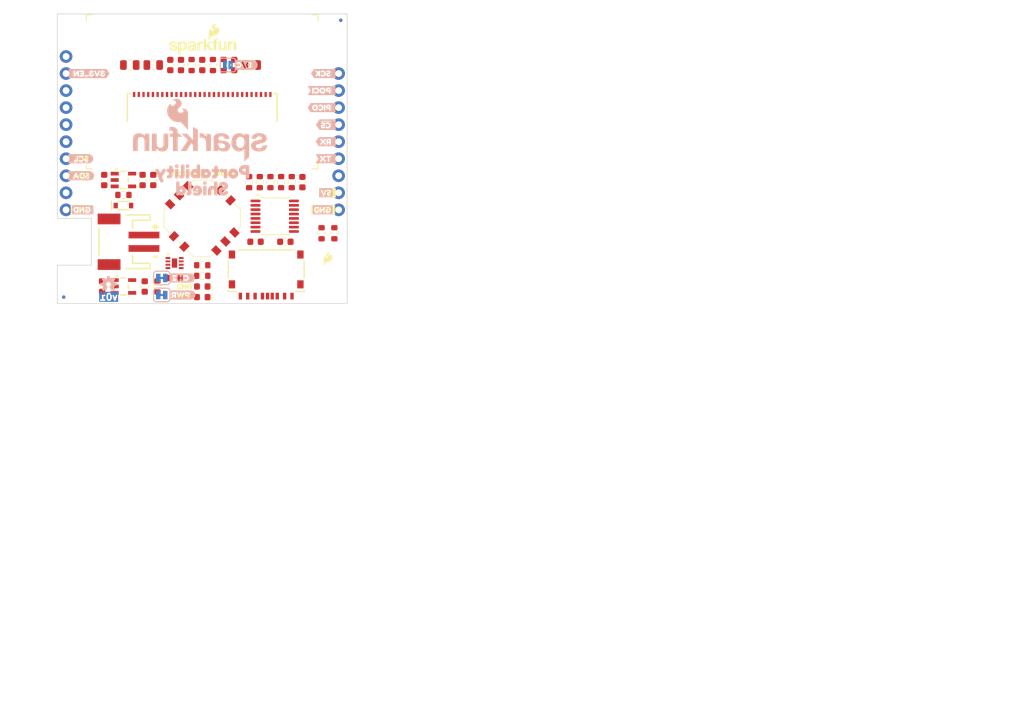
<source format=kicad_pcb>
(kicad_pcb (version 20240108) (generator "pcbnew") (generator_version "8.0")
  (title_block (comment 1 "Designed by: N. Seidle"))
  (layers (0 "F.Cu" signal) (31 "B.Cu" jumper) (34 "B.Paste" user) (35 "F.Paste" user) (36 "B.SilkS" user "B.Silkscreen") (37 "F.SilkS" user "F.Silkscreen") (38 "B.Mask" user) (39 "F.Mask" user) (44 "Edge.Cuts" user))
  (net 0 "")
  (net 1 "GND")
  (net 2 "VBATT")
  (net 3 "3.3V_P")
  (net 4 "SD_CD")
  (net 5 "5V")
  (net 7 "Net-(U5-~{RESET})")
  (net 8 "Net-(D1-A)")
  (net 9 "Net-(U5-C1P)")
  (net 10 "Net-(U5-C1N)")
  (net 13 "Net-(U5-VCOMH)")
  (net 14 "SCL")
  (net 15 "SDA")
  (net 16 "3V3_EN")
  (net 17 "Net-(U5-C2N)")
  (net 18 "Net-(D1-K)")
  (net 23 "Net-(JP1-A)")
  (net 24 "Net-(U5-C2P)")
  (net 25 "Net-(U3-PROG)")
  (net 26 "Net-(U5-VCC)")
  (net 28 "Net-(JP2-B)")
  (net 29 "Net-(U5-IREF)")
  (net 36 "SHLD_~{CS}")
  (net 37 "SHLD_SCK")
  (net 38 "SHLD_POCI")
  (net 40 "SHLD_PICO")
  (net 41 "Main-TX")
  (net 42 "SW_Down")
  (net 43 "SW_Up")
  (net 44 "SW_Right")
  (net 45 "SW_Left")
  (net 46 "SW_Center")
  (net 49 "Main-RX")
  (net 53 "Net-(D3-A)")
  (net 54 "Net-(JP3-A)")
  (footprint "kibuzzard-66F083B5" (layer "F.Cu") (at 154.129893 116.499038)
    (property "Reference" "kibuzzard-66F083B5" (hide yes))
    (property "Value" "G***" (hide yes))
  )
  (footprint "kibuzzard-66F080CC" (layer "F.Cu") (at 175.514 100.965)
    (property "Reference" "kibuzzard-66F080CC" (hide yes))
    (property "Value" "G***" (hide yes))
  )
  (footprint "SparkFun-Aesthetic:Fiducial_0.5mm_Mask1mm" (layer "F.Cu") (at 136.2075 116.5225 90)
    (property "Reference" "FID3")
    (property "Value" "Fiducial_0.5mm")
    (pad "" smd circle (at 0 0 90) (size 0.5 0.5) (layers "F.Cu" "F.Mask") (clearance 0.25))
  )
  (footprint "SparkFun-Resistor:R_0603_1608Metric" (layer "F.Cu") (at 156.845 111.76 180)
    (property "Reference" "R3")
    (property "Value" "2.0k")
    (pad "1" smd roundrect (at -0.825 0 180) (size 0.8 0.95) (layers "F.Cu" "F.Paste" "F.Mask") (net 25 "Net-(U3-PROG)"))
    (pad "2" smd roundrect (at 0.825 0 180) (size 0.8 0.95) (layers "F.Cu" "F.Paste" "F.Mask") (net 1 "GND"))
  )
  (footprint "SparkFun-Capacitor:C_0603_1608Metric" (layer "F.Cu") (at 141.9225 114.935 90)
    (property "Reference" "C5")
    (property "Value" "4.7uF")
    (pad "1" smd roundrect (at -0.775 0 90) (size 0.9 0.95) (layers "F.Cu" "F.Paste" "F.Mask") (net 5 "5V"))
    (pad "2" smd roundrect (at 0.775 0 90) (size 0.9 0.95) (layers "F.Cu" "F.Paste" "F.Mask") (net 1 "GND"))
  )
  (footprint "SparkFun-Resistor:R_0603_1608Metric" (layer "F.Cu") (at 165.4175 99.3775 90)
    (property "Reference" "R8")
    (property "Value" "10k")
    (pad "1" smd roundrect (at -0.825 0 90) (size 0.8 0.95) (layers "F.Cu" "F.Paste" "F.Mask") (net 42 "SW_Down"))
    (pad "2" smd roundrect (at 0.825 0 90) (size 0.8 0.95) (layers "F.Cu" "F.Paste" "F.Mask") (net 3 "3.3V_P"))
  )
  (footprint "SparkFun-Connector:microSD_Friction_Fit_Common" (layer "F.Cu") (at 166.37 112.395)
    (property "Reference" "J1")
    (property "Value" "microSD_Friction")
    (pad "1" smd rect (at 3.85 3.975 180) (size 0.5 1) (layers "F.Cu" "F.Paste" "F.Mask"))
    (pad "2" smd rect (at 2.75 3.975 180) (size 0.5 1) (layers "F.Cu" "F.Paste" "F.Mask") (net 36 "SHLD_~{CS}"))
    (pad "3" smd rect (at 1.65 3.975 180) (size 0.5 1) (layers "F.Cu" "F.Paste" "F.Mask") (net 40 "SHLD_PICO"))
    (pad "4" smd rect (at 0.9 3.975 180) (size 0.5 1) (layers "F.Cu" "F.Paste" "F.Mask") (net 3 "3.3V_P"))
    (pad "5" smd rect (at -0.55 3.975 180) (size 0.5 1) (layers "F.Cu" "F.Paste" "F.Mask") (net 37 "SHLD_SCK"))
    (pad "6" smd rect (at -1.65 3.975 180) (size 0.5 1) (layers "F.Cu" "F.Paste" "F.Mask") (net 1 "GND"))
    (pad "7" smd rect (at -2.75 3.975 180) (size 0.5 1) (layers "F.Cu" "F.Paste" "F.Mask") (net 38 "SHLD_POCI"))
    (pad "8" smd rect (at -3.85 3.975 180) (size 0.5 1) (layers "F.Cu" "F.Paste" "F.Mask"))
    (pad "9" smd rect (at 0.2 3.975 180) (size 0.5 1) (layers "F.Cu" "F.Paste" "F.Mask") (net 4 "SD_CD"))
    (pad "10" smd rect (at -5.1 -2.225 180) (size 0.95 1.2) (layers "F.Cu" "F.Paste" "F.Mask") (net 1 "GND"))
    (pad "10" smd rect (at -5.1 2.225 180) (size 0.95 1.2) (layers "F.Cu" "F.Paste" "F.Mask") (net 1 "GND"))
    (pad "10" smd rect (at 5.1 -2.225 180) (size 0.95 1.2) (layers "F.Cu" "F.Paste" "F.Mask") (net 1 "GND"))
    (pad "10" smd rect (at 5.1 2.225 180) (size 0.95 1.2) (layers "F.Cu" "F.Paste" "F.Mask") (net 1 "GND"))
  )
  (footprint "SparkFun-Hardware:Standoff" (layer "F.Cu") (at 175.895 76.835 90)
    (property "Reference" "ST2")
    (property "Value" "Standoff")
    (pad "" np_thru_hole circle (at 0 0 90) (size 3.1 3.1) (drill 3.1) (layers "F&B.Cu" "*.Mask"))
  )
  (footprint "SparkFun-LED:LED_0603_1608Metric_Red" (layer "F.Cu") (at 156.845 116.5225 180)
    (property "Reference" "D3")
    (property "Value" "Red")
    (pad "1" smd roundrect (at -0.7875 0 180) (size 0.875 0.95) (layers "F.Cu" "F.Paste" "F.Mask") (net 1 "GND"))
    (pad "2" smd roundrect (at 0.7875 0 180) (size 0.875 0.95) (layers "F.Cu" "F.Paste" "F.Mask") (net 53 "Net-(D3-A)"))
  )
  (footprint "SparkFun-Connector:JST_SMD_2.0mm-2" (layer "F.Cu") (at 144.4625 108.2675 90)
    (property "Reference" "J3")
    (property "Value" "JST_2mm_LiPo")
    (pad "1" smd rect (at -1 3.7 90) (size 1 4.6) (layers "F.Cu" "F.Paste" "F.Mask") (net 1 "GND"))
    (pad "2" smd rect (at 1 3.7 90) (size 1 4.6) (layers "F.Cu" "F.Paste" "F.Mask") (net 2 "VBATT"))
    (pad "NC1" smd rect (at -3.4 -1.5 180) (size 3.4 1.6) (layers "F.Cu" "F.Paste" "F.Mask"))
    (pad "NC2" smd rect (at 3.4 -1.5 180) (size 3.4 1.6) (layers "F.Cu" "F.Paste" "F.Mask"))
  )
  (footprint "SparkFun-Capacitor:C_0805_2012Metric" (layer "F.Cu") (at 164.1475 81.915)
    (property "Reference" "C15")
    (property "Value" "2.2uF")
    (pad "1" smd roundrect (at -0.95 0) (size 1 1.45) (layers "F.Cu" "F.Paste" "F.Mask") (net 26 "Net-(U5-VCC)"))
    (pad "2" smd roundrect (at 0.95 0) (size 1 1.45) (layers "F.Cu" "F.Paste" "F.Mask") (net 1 "GND"))
  )
  (footprint "SparkFun-Resistor:R_0603_1608Metric" (layer "F.Cu") (at 174.625 106.9975 -90)
    (property "Reference" "R5")
    (property "Value" "10k")
    (pad "1" smd roundrect (at -0.825 0 270) (size 0.8 0.95) (layers "F.Cu" "F.Paste" "F.Mask") (net 3 "3.3V_P"))
    (pad "2" smd roundrect (at 0.825 0 270) (size 0.8 0.95) (layers "F.Cu" "F.Paste" "F.Mask") (net 36 "SHLD_~{CS}"))
  )
  (footprint "kibuzzard-66F0833D" (layer "F.Cu") (at 149.86 110.49)
    (property "Reference" "kibuzzard-66F0833D" (hide yes))
    (property "Value" "G***" (hide yes))
  )
  (footprint "kibuzzard-66F080F8" (layer "F.Cu") (at 138.83672 98.425)
    (property "Reference" "kibuzzard-66F080F8" (hide yes))
    (property "Value" "G***" (hide yes))
  )
  (footprint "SparkFun-Resistor:R_0603_1608Metric" (layer "F.Cu") (at 158.4325 81.915 -90)
    (property "Reference" "R2")
    (property "Value" "10k")
    (pad "1" smd roundrect (at -0.825 0 270) (size 0.8 0.95) (layers "F.Cu" "F.Paste" "F.Mask") (net 3 "3.3V_P"))
    (pad "2" smd roundrect (at 0.825 0 270) (size 0.8 0.95) (layers "F.Cu" "F.Paste" "F.Mask") (net 28 "Net-(JP2-B)"))
  )
  (footprint "kibuzzard-66F080D6" (layer "F.Cu") (at 174.879 103.505)
    (property "Reference" "kibuzzard-66F080D6" (hide yes))
    (property "Value" "G***" (hide yes))
  )
  (footprint "kibuzzard-66F080E9" (layer "F.Cu") (at 138.70972 95.885)
    (property "Reference" "kibuzzard-66F080E9" (hide yes))
    (property "Value" "G***" (hide yes))
  )
  (footprint "SparkFun-LED:LED_0603_1608Metric_Yellow" (layer "F.Cu") (at 156.845 114.935 180)
    (property "Reference" "D1")
    (property "Value" "Yellow")
    (pad "1" smd roundrect (at -0.7875 0 180) (size 0.875 0.95) (layers "F.Cu" "F.Paste" "F.Mask") (net 18 "Net-(D1-K)"))
    (pad "2" smd roundrect (at 0.7875 0 180) (size 0.875 0.95) (layers "F.Cu" "F.Paste" "F.Mask") (net 8 "Net-(D1-A)"))
  )
  (footprint "SparkFun-Resistor:R_0603_1608Metric" (layer "F.Cu") (at 150.1775 114.935 90)
    (property "Reference" "R4")
    (property "Value" "1k")
    (pad "1" smd roundrect (at -0.825 0 90) (size 0.8 0.95) (layers "F.Cu" "F.Paste" "F.Mask") (net 8 "Net-(D1-A)"))
    (pad "2" smd roundrect (at 0.825 0 90) (size 0.8 0.95) (layers "F.Cu" "F.Paste" "F.Mask") (net 23 "Net-(JP1-A)"))
  )
  (footprint "SparkFun-Semiconductor-Standard:TSSOP-16_4.4x5mm_P0.65mm" (layer "F.Cu") (at 167.64 104.4575)
    (property "Reference" "U4")
    (property "Value" "PCA9557PW")
    (pad "1" smd roundrect (at -2.8625 -2.275) (size 1.475 0.4) (layers "F.Cu" "F.Paste" "F.Mask") (net 14 "SCL"))
    (pad "2" smd roundrect (at -2.8625 -1.625) (size 1.475 0.4) (layers "F.Cu" "F.Paste" "F.Mask") (net 15 "SDA"))
    (pad "3" smd roundrect (at -2.8625 -0.975) (size 1.475 0.4) (layers "F.Cu" "F.Paste" "F.Mask") (net 1 "GND"))
    (pad "4" smd roundrect (at -2.8625 -0.325) (size 1.475 0.4) (layers "F.Cu" "F.Paste" "F.Mask") (net 1 "GND"))
    (pad "5" smd roundrect (at -2.8625 0.325) (size 1.475 0.4) (layers "F.Cu" "F.Paste" "F.Mask") (net 1 "GND"))
    (pad "6" smd roundrect (at -2.8625 0.975) (size 1.475 0.4) (layers "F.Cu" "F.Paste" "F.Mask") (net 43 "SW_Up"))
    (pad "7" smd roundrect (at -2.8625 1.625) (size 1.475 0.4) (layers "F.Cu" "F.Paste" "F.Mask") (net 42 "SW_Down"))
    (pad "8" smd roundrect (at -2.8625 2.275) (size 1.475 0.4) (layers "F.Cu" "F.Paste" "F.Mask") (net 1 "GND"))
    (pad "9" smd roundrect (at 2.8625 2.275) (size 1.475 0.4) (layers "F.Cu" "F.Paste" "F.Mask") (net 44 "SW_Right"))
    (pad "10" smd roundrect (at 2.8625 1.625) (size 1.475 0.4) (layers "F.Cu" "F.Paste" "F.Mask") (net 45 "SW_Left"))
    (pad "11" smd roundrect (at 2.8625 0.975) (size 1.475 0.4) (layers "F.Cu" "F.Paste" "F.Mask") (net 46 "SW_Center"))
    (pad "12" smd roundrect (at 2.8625 0.325) (size 1.475 0.4) (layers "F.Cu" "F.Paste" "F.Mask") (net 4 "SD_CD"))
    (pad "13" smd roundrect (at 2.8625 -0.325) (size 1.475 0.4) (layers "F.Cu" "F.Paste" "F.Mask"))
    (pad "14" smd roundrect (at 2.8625 -0.975) (size 1.475 0.4) (layers "F.Cu" "F.Paste" "F.Mask"))
    (pad "15" smd roundrect (at 2.8625 -1.625) (size 1.475 0.4) (layers "F.Cu" "F.Paste" "F.Mask") (net 3 "3.3V_P"))
    (pad "16" smd roundrect (at 2.8625 -2.275) (size 1.475 0.4) (layers "F.Cu" "F.Paste" "F.Mask") (net 3 "3.3V_P"))
  )
  (footprint "SparkFun-Capacitor:C_0603_1608Metric" (layer "F.Cu") (at 164.7825 108.2675 180)
    (property "Reference" "C2")
    (property "Value" "0.1uF")
    (pad "1" smd roundrect (at -0.775 0 180) (size 0.9 0.95) (layers "F.Cu" "F.Paste" "F.Mask") (net 3 "3.3V_P"))
    (pad "2" smd roundrect (at 0.775 0 180) (size 0.9 0.95) (layers "F.Cu" "F.Paste" "F.Mask") (net 1 "GND"))
  )
  (footprint "SparkFun-Semiconductor-Standard:SOD-323" (layer "F.Cu") (at 145.0975 102.87)
    (property "Reference" "D2")
    (property "Value" "BAT60A")
    (pad "A" smd rect (at 1.15 0) (size 0.63 0.83) (layers "F.Cu" "F.Paste" "F.Mask") (net 2 "VBATT"))
    (pad "C" smd rect (at -1.15 0) (size 0.63 0.83) (layers "F.Cu" "F.Paste" "F.Mask") (net 5 "5V"))
  )
  (footprint "SparkFun-Aesthetic:Fiducial_0.5mm_Mask1mm" (layer "F.Cu") (at 177.4825 75.2475 90)
    (property "Reference" "FID4")
    (property "Value" "Fiducial_0.5mm")
    (pad "" smd circle (at 0 0 90) (size 0.5 0.5) (layers "F.Cu" "F.Mask") (clearance 0.25))
  )
  (footprint "SparkFun-Resistor:R_0603_1608Metric" (layer "F.Cu") (at 145.0975 101.2825)
    (property "Reference" "R13")
    (property "Value" "10k")
    (pad "1" smd roundrect (at -0.825 0) (size 0.8 0.95) (layers "F.Cu" "F.Paste" "F.Mask") (net 5 "5V"))
    (pad "2" smd roundrect (at 0.825 0) (size 0.8 0.95) (layers "F.Cu" "F.Paste" "F.Mask") (net 16 "3V3_EN"))
  )
  (footprint "SparkFun-Resistor:R_0603_1608Metric" (layer "F.Cu") (at 170.18 99.3775 90)
    (property "Reference" "R12")
    (property "Value" "10k")
    (pad "1" smd roundrect (at -0.825 0 90) (size 0.8 0.95) (layers "F.Cu" "F.Paste" "F.Mask") (net 46 "SW_Center"))
    (pad "2" smd roundrect (at 0.825 0 90) (size 0.8 0.95) (layers "F.Cu" "F.Paste" "F.Mask") (net 3 "3.3V_P"))
  )
  (footprint "SparkFun-Switch:Navigation_SMD_9.9x9.9mm" (layer "F.Cu") (at 156.845 104.775)
    (property "Reference" "SW2")
    (property "Value" "Nav Switch")
    (pad "1" smd rect (at 2.669328 -4.224963 135) (size 1 1.25) (layers "F.Cu" "F.Paste" "F.Mask") (net 43 "SW_Up"))
    (pad "2" smd rect (at 4.224963 -2.669328 135) (size 1 1.25) (layers "F.Cu" "F.Paste" "F.Mask") (net 44 "SW_Right"))
    (pad "3" smd rect (at 4.790648 2.103643 225) (size 1 1.25) (layers "F.Cu" "F.Paste" "F.Mask") (net 1 "GND"))
    (pad "4" smd rect (at 3.447146 3.447146 225) (size 1 1.25) (layers "F.Cu" "F.Paste" "F.Mask") (net 46 "SW_Center"))
    (pad "5" smd rect (at 2.103643 4.790648 225) (size 1 1.25) (layers "F.Cu" "F.Paste" "F.Mask") (net 42 "SW_Down"))
    (pad "6" smd rect (at -2.669328 4.224963 315) (size 1 1.25) (layers "F.Cu" "F.Paste" "F.Mask") (net 1 "GND"))
    (pad "7" smd rect (at -4.224963 2.669328 315) (size 1 1.25) (layers "F.Cu" "F.Paste" "F.Mask") (net 45 "SW_Left"))
    (pad "8" smd rect (at -4.790648 -2.103643 45) (size 1 1.25) (layers "F.Cu" "F.Paste" "F.Mask") (net 1 "GND"))
    (pad "9" smd rect (at -3.447146 -3.447146 45) (size 1 1.25) (layers "F.Cu" "F.Paste" "F.Mask") (net 1 "GND"))
    (pad "10" smd rect (at -2.103643 -4.790648 45) (size 1 1.25) (layers "F.Cu" "F.Paste" "F.Mask") (net 1 "GND"))
  )
  (footprint "SparkFun-Semiconductor-Standard:SOT23-5" (layer "F.Cu") (at 145.0975 99.06)
    (property "Reference" "U1")
    (property "Value" "AP2112K-3.3")
    (pad "1" smd rect (at -1.3001 -0.95 270) (size 0.55 1.2) (layers "F.Cu" "F.Paste" "F.Mask") (net 5 "5V"))
    (pad "2" smd rect (at -1.3001 0 270) (size 0.55 1.2) (layers "F.Cu" "F.Paste" "F.Mask") (net 1 "GND"))
    (pad "3" smd rect (at -1.3001 0.95 270) (size 0.55 1.2) (layers "F.Cu" "F.Paste" "F.Mask") (net 16 "3V3_EN"))
    (pad "4" smd rect (at 1.3001 0.95 270) (size 0.55 1.2) (layers "F.Cu" "F.Paste" "F.Mask"))
    (pad "5" smd rect (at 1.3001 -0.95 270) (size 0.55 1.2) (layers "F.Cu" "F.Paste" "F.Mask") (net 3 "3.3V_P"))
  )
  (footprint "SparkFun-Aesthetic:SparkFun_Flame_2mm" (layer "F.Cu") (at 175.5775 110.8075)
    (property "Reference" "G***" (hide yes))
    (property "Value" "Flame" (hide yes))
  )
  (footprint "SparkFun-Resistor:R_0603_1608Metric" (layer "F.Cu") (at 155.2575 81.915 90)
    (property "Reference" "R1")
    (property "Value" "10k")
    (pad "1" smd roundrect (at -0.825 0 90) (size 0.8 0.95) (layers "F.Cu" "F.Paste" "F.Mask") (net 7 "Net-(U5-~{RESET})"))
    (pad "2" smd roundrect (at 0.825 0 90) (size 0.8 0.95) (layers "F.Cu" "F.Paste" "F.Mask") (net 3 "3.3V_P"))
  )
  (footprint "SparkFun-Hardware:Standoff" (layer "F.Cu") (at 137.795 76.835 90)
    (property "Reference" "ST1")
    (property "Value" "Standoff")
    (pad "" np_thru_hole circle (at 0 0 90) (size 3.1 3.1) (drill 3.1) (layers "F&B.Cu" "*.Mask"))
  )
  (footprint "SparkFun-Semiconductor-Standard:SOT23-5" (layer "F.Cu") (at 145.0975 114.935)
    (property "Reference" "U3")
    (property "Value" "MCP73831")
    (pad "1" smd rect (at -1.3001 -0.95 270) (size 0.55 1.2) (layers "F.Cu" "F.Paste" "F.Mask") (net 18 "Net-(D1-K)"))
    (pad "2" smd rect (at -1.3001 0 270) (size 0.55 1.2) (layers "F.Cu" "F.Paste" "F.Mask") (net 1 "GND"))
    (pad "3" smd rect (at -1.3001 0.95 270) (size 0.55 1.2) (layers "F.Cu" "F.Paste" "F.Mask") (net 2 "VBATT"))
    (pad "4" smd rect (at 1.3001 0.95 270) (size 0.55 1.2) (layers "F.Cu" "F.Paste" "F.Mask") (net 5 "5V"))
    (pad "5" smd rect (at 1.3001 -0.95 270) (size 0.55 1.2) (layers "F.Cu" "F.Paste" "F.Mask") (net 25 "Net-(U3-PROG)"))
  )
  (footprint "SparkFun-Semiconductor-Standard:DFN-8" (layer "F.Cu") (at 152.7175 111.4425)
    (property "Reference" "U2")
    (property "Value" "MAX17048")
    (pad "1" smd rect (at -0.99 -0.75) (size 0.7 0.3) (layers "F.Cu") (net 1 "GND"))
    (pad "2" smd rect (at -0.99 -0.25) (size 0.7 0.3) (layers "F.Cu") (net 2 "VBATT"))
    (pad "3" smd rect (at -0.99 0.25) (size 0.7 0.3) (layers "F.Cu") (net 2 "VBATT"))
    (pad "4" smd rect (at -0.99 0.75) (size 0.7 0.3) (layers "F.Cu") (net 1 "GND"))
    (pad "5" smd rect (at 0.99 0.75) (size 0.7 0.3) (layers "F.Cu"))
    (pad "6" smd rect (at 0.99 0.25) (size 0.7 0.3) (layers "F.Cu") (net 1 "GND"))
    (pad "7" smd rect (at 0.99 -0.25) (size 0.7 0.3) (layers "F.Cu") (net 14 "SCL"))
    (pad "8" smd rect (at 0.99 -0.75) (size 0.7 0.3) (layers "F.Cu") (net 15 "SDA"))
    (pad "9" smd rect (at 0 0 270) (size 1.38 0.8) (layers "F.Cu") (net 1 "GND"))
  )
  (footprint "SparkFun-Capacitor:C_0603_1608Metric" (layer "F.Cu") (at 148.2725 114.935 90)
    (property "Reference" "C4")
    (property "Value" "4.7uF")
    (pad "1" smd roundrect (at -0.775 0 90) (size 0.9 0.95) (layers "F.Cu" "F.Paste" "F.Mask") (net 2 "VBATT"))
    (pad "2" smd roundrect (at 0.775 0 90) (size 0.9 0.95) (layers "F.Cu" "F.Paste" "F.Mask") (net 1 "GND"))
  )
  (footprint "SparkFun-Resistor:R_0603_1608Metric" (layer "F.Cu") (at 156.845 113.3475)
    (property "Reference" "R14")
    (property "Value" "1k")
    (pad "1" smd roundrect (at -0.825 0) (size 0.8 0.95) (layers "F.Cu" "F.Paste" "F.Mask") (net 54 "Net-(JP3-A)"))
    (pad "2" smd roundrect (at 0.825 0) (size 0.8 0.95) (layers "F.Cu" "F.Paste" "F.Mask") (net 53 "Net-(D3-A)"))
  )
  (footprint "SparkFun-Capacitor:C_0603_1608Metric" (layer "F.Cu") (at 152.0825 81.915 90)
    (property "Reference" "C8")
    (property "Value" "1.0uF")
    (pad "1" smd roundrect (at -0.775 0 90) (size 0.9 0.95) (layers "F.Cu" "F.Paste" "F.Mask") (net 3 "3.3V_P"))
    (pad "2" smd roundrect (at 0.775 0 90) (size 0.9 0.95) (layers "F.Cu" "F.Paste" "F.Mask") (net 1 "GND"))
  )
  (footprint "SparkFun-Capacitor:C_0603_1608Metric" (layer "F.Cu") (at 147.955 99.06 -90)
    (property "Reference" "C10")
    (property "Value" "10uF")
    (pad "1" smd roundrect (at -0.775 0 270) (size 0.9 0.95) (layers "F.Cu" "F.Paste" "F.Mask") (net 3 "3.3V_P"))
    (pad "2" smd roundrect (at 0.775 0 270) (size 0.9 0.95) (layers "F.Cu" "F.Paste" "F.Mask") (net 1 "GND"))
  )
  (footprint "kibuzzard-66CAA432" (layer "F.Cu") (at 138.83672 103.505)
    (property "Reference" "kibuzzard-66CAA432" (hide yes))
    (property "Value" "G***" (hide yes))
  )
  (footprint "kibuzzard-66F08337" (layer "F.Cu") (at 149.86 106.045)
    (property "Reference" "kibuzzard-66F08337" (hide yes))
    (property "Value" "G***" (hide yes))
  )
  (footprint "SparkFun-Capacitor:C_0603_1608Metric" (layer "F.Cu") (at 153.67 81.915 90)
    (property "Reference" "C7")
    (property "Value" "1.0uF")
    (pad "1" smd roundrect (at -0.775 0 90) (size 0.9 0.95) (layers "F.Cu" "F.Paste" "F.Mask") (net 3 "3.3V_P"))
    (pad "2" smd roundrect (at 0.775 0 90) (size 0.9 0.95) (layers "F.Cu" "F.Paste" "F.Mask") (net 1 "GND"))
  )
  (footprint "SparkFun-Resistor:R_0603_1608Metric" (layer "F.Cu") (at 160.02 81.915 90)
    (property "Reference" "R7")
    (property "Value" "390k")
    (pad "1" smd roundrect (at -0.825 0 90) (size 0.8 0.95) (layers "F.Cu" "F.Paste" "F.Mask") (net 29 "Net-(U5-IREF)"))
    (pad "2" smd roundrect (at 0.825 0 90) (size 0.8 0.95) (layers "F.Cu" "F.Paste" "F.Mask") (net 1 "GND"))
  )
  (footprint "SparkFun-Connector:1x04" (layer "F.Cu") (at 177.165 83.185 -90)
    (property "Reference" "J5")
    (property "Value" "Conn_01x04")
    (pad "1" thru_hole circle (at 0 0) (size 1.8796 1.8796) (drill 1.016) (layers "*.Cu" "*.Mask") (net 37 "SHLD_SCK"))
    (pad "2" thru_hole circle (at 2.54 0) (size 1.8796 1.8796) (drill 1.016) (layers "*.Cu" "*.Mask") (net 38 "SHLD_POCI"))
    (pad "3" thru_hole circle (at 5.08 0) (size 1.8796 1.8796) (drill 1.016) (layers "*.Cu" "*.Mask") (net 40 "SHLD_PICO"))
    (pad "4" thru_hole circle (at 7.62 0) (size 1.8796 1.8796) (drill 1.016) (layers "*.Cu" "*.Mask") (net 36 "SHLD_~{CS}"))
  )
  (footprint "SparkFun-Capacitor:C_0603_1608Metric" (layer "F.Cu") (at 171.7675 99.3775 90)
    (property "Reference" "C13")
    (property "Value" "0.1uF")
    (pad "1" smd roundrect (at -0.775 0 90) (size 0.9 0.95) (layers "F.Cu" "F.Paste" "F.Mask") (net 3 "3.3V_P"))
    (pad "2" smd roundrect (at 0.775 0 90) (size 0.9 0.95) (layers "F.Cu" "F.Paste" "F.Mask") (net 1 "GND"))
  )
  (footprint "kibuzzard-66F083BA" (layer "F.Cu") (at 154.178 114.935)
    (property "Reference" "kibuzzard-66F083BA" (hide yes))
    (property "Value" "G***" (hide yes))
  )
  (footprint "SparkFun-Capacitor:C_0603_1608Metric" (layer "F.Cu") (at 161.6075 81.915 90)
    (property "Reference" "C12")
    (property "Value" "4.7uF")
    (pad "1" smd roundrect (at -0.775 0 90) (size 0.9 0.95) (layers "F.Cu" "F.Paste" "F.Mask") (net 13 "Net-(U5-VCOMH)"))
    (pad "2" smd roundrect (at 0.775 0 90) (size 0.9 0.95) (layers "F.Cu" "F.Paste" "F.Mask") (net 1 "GND"))
  )
  (footprint "SparkFun-Resistor:R_0603_1608Metric" (layer "F.Cu") (at 167.005 99.3775 90)
    (property "Reference" "R11")
    (property "Value" "10k")
    (pad "1" smd roundrect (at -0.825 0 90) (size 0.8 0.95) (layers "F.Cu" "F.Paste" "F.Mask") (net 45 "SW_Left"))
    (pad "2" smd roundrect (at 0.825 0 90) (size 0.8 0.95) (layers "F.Cu" "F.Paste" "F.Mask") (net 3 "3.3V_P"))
  )
  (footprint "SparkFun-Capacitor:C_0603_1608Metric" (layer "F.Cu") (at 142.24 99.06 90)
    (property "Reference" "C9")
    (property "Value" "0.1uF")
    (pad "1" smd roundrect (at -0.775 0 90) (size 0.9 0.95) (layers "F.Cu" "F.Paste" "F.Mask") (net 5 "5V"))
    (pad "2" smd roundrect (at 0.775 0 90) (size 0.9 0.95) (layers "F.Cu" "F.Paste" "F.Mask") (net 1 "GND"))
  )
  (footprint "SparkFun-Capacitor:C_0603_1608Metric" (layer "F.Cu") (at 156.845 81.915 90)
    (property "Reference" "C6")
    (property "Value" "1.0uF")
    (pad "1" smd roundrect (at -0.775 0 90) (size 0.9 0.95) (layers "F.Cu" "F.Paste" "F.Mask") (net 7 "Net-(U5-~{RESET})"))
    (pad "2" smd roundrect (at 0.775 0 90) (size 0.9 0.95) (layers "F.Cu" "F.Paste" "F.Mask") (net 1 "GND"))
  )
  (footprint "SparkFun-Capacitor:C_0805_2012Metric" (layer "F.Cu") (at 146.05 81.915)
    (property "Reference" "C14")
    (property "Value" "1.0uF")
    (pad "1" smd roundrect (at -0.95 0) (size 1 1.45) (layers "F.Cu" "F.Paste" "F.Mask") (net 24 "Net-(U5-C2P)"))
    (pad "2" smd roundrect (at 0.95 0) (size 1 1.45) (layers "F.Cu" "F.Paste" "F.Mask") (net 17 "Net-(U5-C2N)"))
  )
  (footprint "SparkFun-Resistor:R_0603_1608Metric" (layer "F.Cu") (at 176.53 106.9975 90)
    (property "Reference" "R6")
    (property "Value" "10k")
    (pad "1" smd roundrect (at -0.825 0 90) (size 0.8 0.95) (layers "F.Cu" "F.Paste" "F.Mask") (net 4 "SD_CD"))
    (pad "2" smd roundrect (at 0.825 0 90) (size 0.8 0.95) (layers "F.Cu" "F.Paste" "F.Mask") (net 1 "GND"))
  )
  (footprint "SparkFun-Display:OLED-1.3-128X64-Folded" (layer "F.Cu") (at 156.845 87.3125)
    (property "Reference" "U5")
    (property "Value" "OLED_1.3\"")
    (pad "" np_thru_hole circle (at -8 3.75) (size 0.8 0.8) (drill 0.8) (layers "*.Cu" "*.Mask"))
    (pad "" np_thru_hole circle (at 8 3.75) (size 0.8 0.8) (drill 0.8) (layers "*.Cu" "*.Mask"))
    (pad "1" smd rect (at -10.15 -1) (size 0.35 0.75) (layers "F.Cu" "F.Paste" "F.Mask") (net 1 "GND"))
    (pad "2" smd rect (at -9.45 -1) (size 0.35 0.75) (layers "F.Cu" "F.Paste" "F.Mask") (net 24 "Net-(U5-C2P)"))
    (pad "3" smd rect (at -8.75 -1) (size 0.35 0.75) (layers "F.Cu" "F.Paste" "F.Mask") (net 17 "Net-(U5-C2N)"))
    (pad "4" smd rect (at -8.05 -1) (size 0.35 0.75) (layers "F.Cu" "F.Paste" "F.Mask") (net 9 "Net-(U5-C1P)"))
    (pad "5" smd rect (at -7.35 -1) (size 0.35 0.75) (layers "F.Cu" "F.Paste" "F.Mask") (net 10 "Net-(U5-C1N)"))
    (pad "6" smd rect (at -6.65 -1) (size 0.35 0.75) (layers "F.Cu" "F.Paste" "F.Mask") (net 3 "3.3V_P"))
    (pad "7" smd rect (at -5.95 -1) (size 0.35 0.75) (layers "F.Cu" "F.Paste" "F.Mask"))
    (pad "8" smd rect (at -5.25 -1) (size 0.35 0.75) (layers "F.Cu" "F.Paste" "F.Mask") (net 1 "GND"))
    (pad "9" smd rect (at -4.55 -1) (size 0.35 0.75) (layers "F.Cu" "F.Paste" "F.Mask") (net 3 "3.3V_P"))
    (pad "10" smd rect (at -3.85 -1) (size 0.35 0.75) (layers "F.Cu" "F.Paste" "F.Mask") (net 1 "GND"))
    (pad "11" smd rect (at -3.15 -1) (size 0.35 0.75) (layers "F.Cu" "F.Paste" "F.Mask") (net 3 "3.3V_P"))
    (pad "12" smd rect (at -2.45 -1) (size 0.35 0.75) (layers "F.Cu" "F.Paste" "F.Mask") (net 1 "GND"))
    (pad "13" smd rect (at -1.75 -1) (size 0.35 0.75) (layers "F.Cu" "F.Paste" "F.Mask") (net 1 "GND"))
    (pad "14" smd rect (at -1.05 -1) (size 0.35 0.75) (layers "F.Cu" "F.Paste" "F.Mask") (net 7 "Net-(U5-~{RESET})"))
    (pad "15" smd rect (at -0.35 -1) (size 0.35 0.75) (layers "F.Cu" "F.Paste" "F.Mask") (net 28 "Net-(JP2-B)"))
    (pad "16" smd rect (at 0.35 -1) (size 0.35 0.75) (layers "F.Cu" "F.Paste" "F.Mask") (net 1 "GND"))
    (pad "17" smd rect (at 1.05 -1) (size 0.35 0.75) (layers "F.Cu" "F.Paste" "F.Mask") (net 1 "GND"))
    (pad "18" smd rect (at 1.75 -1) (size 0.35 0.75) (layers "F.Cu" "F.Paste" "F.Mask") (net 14 "SCL"))
    (pad "19" smd rect (at 2.45 -1) (size 0.35 0.75) (layers "F.Cu" "F.Paste" "F.Mask") (net 15 "SDA"))
    (pad "20" smd rect (at 3.15 -1) (size 0.35 0.75) (layers "F.Cu" "F.Paste" "F.Mask") (net 15 "SDA"))
    (pad "21" smd rect (at 3.85 -1) (size 0.35 0.75) (layers "F.Cu" "F.Paste" "F.Mask"))
    (pad "22" smd rect (at 4.55 -1) (size 0.35 0.75) (layers "F.Cu" "F.Paste" "F.Mask"))
    (pad "23" smd rect (at 5.25 -1) (size 0.35 0.75) (layers "F.Cu" "F.Paste" "F.Mask"))
    (pad "24" smd rect (at 5.95 -1) (size 0.35 0.75) (layers "F.Cu" "F.Paste" "F.Mask"))
    (pad "25" smd rect (at 6.65 -1) (size 0.35 0.75) (layers "F.Cu" "F.Paste" "F.Mask"))
    (pad "26" smd rect (at 7.35 -1) (size 0.35 0.75) (layers "F.Cu" "F.Paste" "F.Mask") (net 29 "Net-(U5-IREF)"))
    (pad "27" smd rect (at 8.05 -1) (size 0.35 0.75) (layers "F.Cu" "F.Paste" "F.Mask") (net 13 "Net-(U5-VCOMH)"))
    (pad "28" smd rect (at 8.75 -1) (size 0.35 0.75) (layers "F.Cu" "F.Paste" "F.Mask") (net 26 "Net-(U5-VCC)"))
    (pad "29" smd rect (at 9.45 -1) (size 0.35 0.75) (layers "F.Cu" "F.Paste" "F.Mask") (net 1 "GND"))
    (pad "30" smd rect (at 10.15 -1) (size 0.35 0.75) (layers "F.Cu" "F.Paste" "F.Mask") (net 1 "GND"))
  )
  (footprint "kibuzzard-66F083A9" (layer "F.Cu") (at 156.845 98.1075)
    (property "Reference" "kibuzzard-66F083A9" (hide yes))
    (property "Value" "G***" (hide yes))
  )
  (footprint "SparkFun-Capacitor:C_0603_1608Metric" (layer "F.Cu") (at 169.2275 108.2675)
    (property "Reference" "C1")
    (property "Value" "10uF")
    (pad "1" smd roundrect (at -0.775 0) (size 0.9 0.95) (layers "F.Cu" "F.Paste" "F.Mask") (net 3 "3.3V_P"))
    (pad "2" smd roundrect (at 0.775 0) (size 0.9 0.95) (layers "F.Cu" "F.Paste" "F.Mask") (net 1 "GND"))
  )
  (footprint "SparkFun-Aesthetic:SparkFun_Logo_10mm" (layer "F.Cu") (at 156.845 79.0575)
    (property "Reference" "G***" (hide yes))
    (property "Value" "LOGO" (hide yes))
  )
  (footprint "SparkFun-Capacitor:C_0603_1608Metric" (layer "F.Cu") (at 152.7175 113.665)
    (property "Reference" "C3")
    (property "Value" "0.1uF")
    (pad "1" smd roundrect (at -0.775 0) (size 0.9 0.95) (layers "F.Cu" "F.Paste" "F.Mask") (net 2 "VBATT"))
    (pad "2" smd roundrect (at 0.775 0) (size 0.9 0.95) (layers "F.Cu" "F.Paste" "F.Mask") (net 1 "GND"))
  )
  (footprint "SparkFun-Aesthetic:Creative_Commons_License" (layer "F.Cu") (at 232.41 159.385)
    (property "Reference" "G1" (hide yes))
    (property "Value" "OSHW_Logo" (hide yes))
  )
  (footprint "SparkFun-Capacitor:C_0603_1608Metric" (layer "F.Cu") (at 149.5425 99.06 -90)
    (property "Reference" "C16")
    (property "Value" "0.1uF")
    (pad "1" smd roundrect (at -0.775 0 270) (size 0.9 0.95) (layers "F.Cu" "F.Paste" "F.Mask") (net 3 "3.3V_P"))
    (pad "2" smd roundrect (at 0.775 0 270) (size 0.9 0.95) (layers "F.Cu" "F.Paste" "F.Mask") (net 1 "GND"))
  )
  (footprint "SparkFun-Resistor:R_0603_1608Metric" (layer "F.Cu") (at 168.5925 99.3775 90)
    (property "Reference" "R10")
    (property "Value" "10k")
    (pad "1" smd roundrect (at -0.825 0 90) (size 0.8 0.95) (layers "F.Cu" "F.Paste" "F.Mask") (net 44 "SW_Right"))
    (pad "2" smd roundrect (at 0.825 0 90) (size 0.8 0.95) (layers "F.Cu" "F.Paste" "F.Mask") (net 3 "3.3V_P"))
  )
  (footprint "SparkFun-Hardware:Standoff" (layer "F.Cu") (at 137.795 114.935 90)
    (property "Reference" "ST3")
    (property "Value" "Standoff")
    (pad "" np_thru_hole circle (at 0 0 90) (size 3.1 3.1) (drill 3.1) (layers "F&B.Cu" "*.Mask"))
  )
  (footprint "SparkFun-Capacitor:C_0805_2012Metric" (layer "F.Cu") (at 149.5425 81.915)
    (property "Reference" "C11")
    (property "Value" "1.0uF")
    (pad "1" smd roundrect (at -0.95 0) (size 1 1.45) (layers "F.Cu" "F.Paste" "F.Mask") (net 9 "Net-(U5-C1P)"))
    (pad "2" smd roundrect (at 0.95 0) (size 1 1.45) (layers "F.Cu" "F.Paste" "F.Mask") (net 10 "Net-(U5-C1N)"))
  )
  (footprint "SparkFun-Resistor:R_0603_1608Metric" (layer "F.Cu") (at 163.83 99.3775 90)
    (property "Reference" "R9")
    (property "Value" "10k")
    (pad "1" smd roundrect (at -0.825 0 90) (size 0.8 0.95) (layers "F.Cu" "F.Paste" "F.Mask") (net 43 "SW_Up"))
    (pad "2" smd roundrect (at 0.825 0 90) (size 0.8 0.95) (layers "F.Cu" "F.Paste" "F.Mask") (net 3 "3.3V_P"))
  )
  (footprint "SparkFun-Hardware:Standoff" (layer "F.Cu") (at 175.895 114.935 90)
    (property "Reference" "ST4")
    (property "Value" "Standoff")
    (pad "" np_thru_hole circle (at 0 0 90) (size 3.1 3.1) (drill 3.1) (layers "F&B.Cu" "*.Mask"))
  )
  (footprint "kibuzzard-66F08598" (layer "B.Cu") (at 175.26 95.885 180)
    (property "Reference" "kibuzzard-66F08598" (hide yes))
    (property "Value" "G***" (hide yes))
  )
  (footprint "kibuzzard-66F08591" (layer "B.Cu") (at 175.26 90.805 180)
    (property "Reference" "kibuzzard-66F08591" (hide yes))
    (property "Value" "G***" (hide yes))
  )
  (footprint "kibuzzard-66F085B1" (layer "B.Cu") (at 139.97972 83.185 180)
    (property "Reference" "kibuzzard-66F085B1" (hide yes))
    (property "Value" "G***" (hide yes))
  )
  (footprint "kibuzzard-66CAA432" (layer "B.Cu") (at 139.019332 103.505168 180)
    (property "Reference" "kibuzzard-66CAA432" (hide yes))
    (property "Value" "G***" (hide yes))
  )
  (footprint "kibuzzard-66F08589" (layer "B.Cu") (at 174.625 88.265 180)
    (property "Reference" "kibuzzard-66F08589" (hide yes))
    (property "Value" "G***" (hide yes))
  )
  (footprint "kibuzzard-66F0824D" (layer "B.Cu") (at 156.845 100.33 180)
    (property "Reference" "kibuzzard-66F0824D" (hide yes))
    (property "Value" "G***" (hide yes))
  )
  (footprint "SparkFun-Aesthetic:Fiducial_0.5mm_Mask1mm" (layer "B.Cu") (at 136.2075 116.5225 -90)
    (property "Reference" "FID2")
    (property "Value" "Fiducial_0.5mm")
    (pad "" smd circle (at 0 0 270) (size 0.5 0.5) (layers "B.Cu" "B.Mask") (clearance 0.25))
  )
  (footprint "SparkFun-Jumper:Jumper_2_NC_Trace" (layer "B.Cu") (at 150.8125 113.665 180)
    (property "Reference" "JP1")
    (property "Value" "CHG")
    (fp_poly (pts (xy -0.25 0.15) (xy 0.25 0.15) (xy 0.25 -0.15) (xy -0.25 -0.15)) (fill solid) (layer "B.Cu"))
    (pad "1" smd rect (at -0.5207 0 180) (size 0.6604 1.27) (layers "B.Cu" "B.Mask") (net 23 "Net-(JP1-A)"))
    (pad "2" smd rect (at 0.5207 0 180) (size 0.6604 1.27) (layers "B.Cu" "B.Mask") (net 5 "5V"))
  )
  (footprint "kibuzzard-66F08559" (layer "B.Cu") (at 174.879 83.185 180)
    (property "Reference" "kibuzzard-66F08559" (hide yes))
    (property "Value" "G***" (hide yes))
  )
  (footprint "kibuzzard-66F08248" (layer "B.Cu") (at 156.845 98.1075 180)
    (property "Reference" "kibuzzard-66F08248" (hide yes))
    (property "Value" "G***" (hide yes))
  )
  (footprint "SparkFun-Aesthetic:Fiducial_0.5mm_Mask1mm" (layer "B.Cu") (at 177.4825 75.2475 -90)
    (property "Reference" "FID1")
    (property "Value" "Fiducial_0.5mm")
    (pad "" smd circle (at 0 0 270) (size 0.5 0.5) (layers "B.Cu" "B.Mask") (clearance 0.25))
  )
  (footprint "SparkFun-Aesthetic:SparkFun_Logo_20mm" (layer "B.Cu") (at 156.845 93.345 180)
    (property "Reference" "G***" (hide yes))
    (property "Value" "LOGO" (hide yes))
  )
  (footprint "kibuzzard-66F0B764" (layer "B.Cu") (at 163.4 81.915 180)
    (property "Reference" "kibuzzard-66F0B764" (hide yes))
    (property "Value" "G***" (hide yes))
  )
  (footprint "kibuzzard-66F0B716" (layer "B.Cu") (at 153.924 113.665 180)
    (property "Reference" "kibuzzard-66F0B716" (hide yes))
    (property "Value" "G***" (hide yes))
  )
  (footprint "kibuzzard-66CB37A9" (layer "B.Cu") (at 174.752 103.505 180)
    (property "Reference" "kibuzzard-66CB37A9" (hide yes))
    (property "Value" "G***" (hide yes))
  )
  (footprint "SparkFun-Aesthetic:OSHW_Logo_2.5mm" (layer "B.Cu") (at 142.875 114.6175 180)
    (property "Reference" "Ref**" (hide yes))
    (property "Value" "Val**" (hide yes))
  )
  (footprint "SparkFun-Connector:1x06" (layer "B.Cu") (at 136.55072 93.345 90)
    (property "Reference" "J10")
    (property "Value" "Conn_01x06")
    (pad "1" thru_hole circle (at 0 0) (size 1.8796 1.8796) (drill 1.016) (layers "*.Cu" "*.Mask"))
    (pad "2" thru_hole circle (at 2.54 0) (size 1.8796 1.8796) (drill 1.016) (layers "*.Cu" "*.Mask"))
    (pad "3" thru_hole circle (at 5.08 0) (size 1.8796 1.8796) (drill 1.016) (layers "*.Cu" "*.Mask"))
    (pad "4" thru_hole circle (at 7.62 0) (size 1.8796 1.8796) (drill 1.016) (layers "*.Cu" "*.Mask"))
    (pad "5" thru_hole circle (at 10.16 0) (size 1.8796 1.8796) (drill 1.016) (layers "*.Cu" "*.Mask") (net 16 "3V3_EN"))
    (pad "6" thru_hole circle (at 12.7 0) (size 1.8796 1.8796) (drill 1.016) (layers "*.Cu" "*.Mask"))
  )
  (footprint "kibuzzard-66F08463" (layer "B.Cu") (at 138.77322 95.885 180)
    (property "Reference" "kibuzzard-66F08463" (hide yes))
    (property "Value" "G***" (hide yes))
  )
  (footprint "SparkFun-Jumper:Jumper_2_NC_Trace" (layer "B.Cu") (at 150.8125 116.205 180)
    (property "Reference" "JP3")
    (property "Value" "PWR")
    (fp_poly (pts (xy -0.25 0.15) (xy 0.25 0.15) (xy 0.25 -0.15) (xy -0.25 -0.15)) (fill solid) (layer "B.Cu"))
    (pad "1" smd rect (at -0.5207 0 180) (size 0.6604 1.27) (layers "B.Cu" "B.Mask") (net 54 "Net-(JP3-A)"))
    (pad "2" smd rect (at 0.5207 0 180) (size 0.6604 1.27) (layers "B.Cu" "B.Mask") (net 3 "3.3V_P"))
  )
  (footprint "SparkFun-Jumper:Jumper_2_NO" (layer "B.Cu") (at 160.655 81.915)
    (property "Reference" "JP2")
    (property "Value" "D/C")
    (pad "1" smd rect (at -0.4064 0) (size 0.635 1.27) (layers "B.Cu" "B.Mask") (net 1 "GND"))
    (pad "2" smd rect (at 0.4064 0) (size 0.635 1.27) (layers "B.Cu" "B.Mask") (net 28 "Net-(JP2-B)"))
  )
  (footprint "kibuzzard-66F08561" (layer "B.Cu") (at 174.625 85.725 180)
    (property "Reference" "kibuzzard-66F08561" (hide yes))
    (property "Value" "G***" (hide yes))
  )
  (footprint "SparkFun-Connector:1x04" (layer "B.Cu") (at 136.55072 103.505 90)
    (property "Reference" "J4")
    (property "Value" "I2C")
    (pad "1" thru_hole circle (at 0 0) (size 1.8796 1.8796) (drill 1.016) (layers "*.Cu" "*.Mask") (net 1 "GND"))
    (pad "2" thru_hole circle (at 2.54 0) (size 1.8796 1.8796) (drill 1.016) (layers "*.Cu" "*.Mask"))
    (pad "3" thru_hole circle (at 5.08 0) (size 1.8796 1.8796) (drill 1.016) (layers "*.Cu" "*.Mask") (net 15 "SDA"))
    (pad "4" thru_hole circle (at 7.62 0) (size 1.8796 1.8796) (drill 1.016) (layers "*.Cu" "*.Mask") (net 14 "SCL"))
  )
  (footprint "kibuzzard-66CAA9A5" (layer "B.Cu") (at 175.26 100.965 180)
    (property "Reference" "kibuzzard-66CAA9A5" (hide yes))
    (property "Value" "G***" (hide yes))
  )
  (footprint "kibuzzard-66F0844F" (layer "B.Cu") (at 138.77322 98.425 180)
    (property "Reference" "kibuzzard-66F0844F" (hide yes))
    (property "Value" "G***" (hide yes))
  )
  (footprint "kibuzzard-66F0853A" (layer "B.Cu") (at 175.26 93.345 180)
    (property "Reference" "kibuzzard-66F0853A" (hide yes))
    (property "Value" "G***" (hide yes))
  )
  (footprint "SparkFun-Connector:1x05" (layer "B.Cu") (at 177.165 93.345 -90)
    (property "Reference" "J2")
    (property "Value" "Conn_01x05")
    (pad "1" thru_hole circle (at 0 0 180) (size 1.8796 1.8796) (drill 1.016) (layers "*.Cu" "*.Mask") (net 41 "Main-TX"))
    (pad "2" thru_hole circle (at 2.54 0 180) (size 1.8796 1.8796) (drill 1.016) (layers "*.Cu" "*.Mask") (net 49 "Main-RX"))
    (pad "3" thru_hole circle (at 5.08 0 180) (size 1.8796 1.8796) (drill 1.016) (layers "*.Cu" "*.Mask"))
    (pad "4" thru_hole circle (at 7.62 0 180) (size 1.8796 1.8796) (drill 1.016) (layers "*.Cu" "*.Mask") (net 5 "5V"))
    (pad "5" thru_hole circle (at 10.16 0 180) (size 1.8796 1.8796) (drill 1.016) (layers "*.Cu" "*.Mask") (net 1 "GND"))
  )
  (footprint "kibuzzard-66F0B700" (layer "B.Cu") (at 153.924 116.205 180)
    (property "Reference" "kibuzzard-66F0B700" (hide yes))
    (property "Value" "G***" (hide yes))
  )
  (gr_line (start 174.117 96.52) (end 174.117 97.409) (stroke (width 0.15)) (layer "F.SilkS"))
  (gr_line (start 174.117 74.422) (end 174.117 75.311) (stroke (width 0.15)) (layer "F.SilkS"))
  (gr_line (start 140.462 97.409) (end 139.573 97.409) (stroke (width 0.15)) (layer "F.SilkS"))
  (gr_line (start 173.228 74.422) (end 174.117 74.422) (stroke (width 0.15)) (layer "F.SilkS"))
  (gr_line (start 174.117 97.409) (end 173.228 97.409) (stroke (width 0.15)) (layer "F.SilkS"))
  (gr_line (start 139.573 74.422) (end 140.462 74.422) (stroke (width 0.15)) (layer "F.SilkS"))
  (gr_line (start 139.573 97.409) (end 139.573 96.901) (stroke (width 0.15)) (layer "F.SilkS"))
  (gr_line (start 139.573 75.311) (end 139.573 74.422) (stroke (width 0.15)) (layer "F.SilkS"))
  (gr_line (start 140.335 104.775) (end 135.255 104.775) (stroke (width 0.1)) (layer "Edge.Cuts"))
  (gr_line (start 140.335 111.76) (end 140.335 104.775) (stroke (width 0.1)) (layer "Edge.Cuts"))
  (gr_line (start 135.255 74.295) (end 178.435 74.295) (stroke (width 0.1)) (layer "Edge.Cuts"))
  (gr_line (start 135.255 104.775) (end 135.255 74.295) (stroke (width 0.1)) (layer "Edge.Cuts"))
  (gr_line (start 135.255 111.76) (end 140.335 111.76) (stroke (width 0.1)) (layer "Edge.Cuts"))
  (gr_line (start 178.435 117.475) (end 135.255 117.475) (stroke (width 0.1)) (layer "Edge.Cuts"))
  (gr_line (start 178.435 74.295) (end 178.435 117.475) (stroke (width 0.1)) (layer "Edge.Cuts"))
  (gr_line (start 135.255 117.475) (end 135.255 111.76) (stroke (width 0.1)) (layer "Edge.Cuts"))
  (gr_text "v01" (at 142.875 116.5225 0) (layer "B.Cu" knockout) (effects (font (size 1 1) (thickness 0.25) (bold yes)) (justify mirror)))
)
</source>
